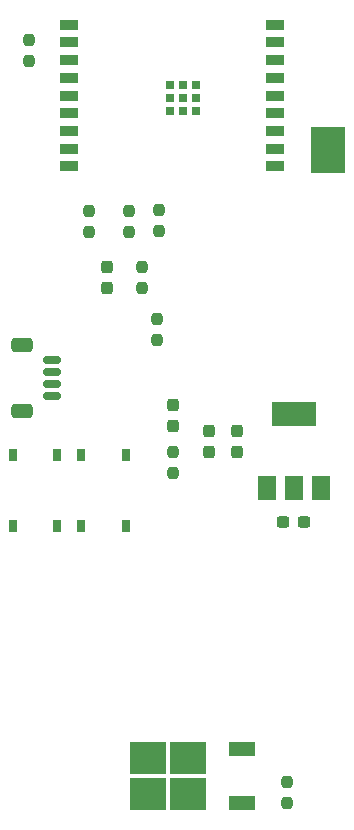
<source format=gbr>
%TF.GenerationSoftware,KiCad,Pcbnew,(6.0.1)*%
%TF.CreationDate,2022-02-05T18:26:11+11:00*%
%TF.ProjectId,ESP32_LED_Controller_v1,45535033-325f-44c4-9544-5f436f6e7472,rev?*%
%TF.SameCoordinates,Original*%
%TF.FileFunction,Paste,Top*%
%TF.FilePolarity,Positive*%
%FSLAX46Y46*%
G04 Gerber Fmt 4.6, Leading zero omitted, Abs format (unit mm)*
G04 Created by KiCad (PCBNEW (6.0.1)) date 2022-02-05 18:26:11*
%MOMM*%
%LPD*%
G01*
G04 APERTURE LIST*
G04 Aperture macros list*
%AMRoundRect*
0 Rectangle with rounded corners*
0 $1 Rounding radius*
0 $2 $3 $4 $5 $6 $7 $8 $9 X,Y pos of 4 corners*
0 Add a 4 corners polygon primitive as box body*
4,1,4,$2,$3,$4,$5,$6,$7,$8,$9,$2,$3,0*
0 Add four circle primitives for the rounded corners*
1,1,$1+$1,$2,$3*
1,1,$1+$1,$4,$5*
1,1,$1+$1,$6,$7*
1,1,$1+$1,$8,$9*
0 Add four rect primitives between the rounded corners*
20,1,$1+$1,$2,$3,$4,$5,0*
20,1,$1+$1,$4,$5,$6,$7,0*
20,1,$1+$1,$6,$7,$8,$9,0*
20,1,$1+$1,$8,$9,$2,$3,0*%
G04 Aperture macros list end*
%ADD10R,3.000000X4.000000*%
%ADD11RoundRect,0.237500X-0.237500X0.300000X-0.237500X-0.300000X0.237500X-0.300000X0.237500X0.300000X0*%
%ADD12RoundRect,0.237500X0.237500X-0.250000X0.237500X0.250000X-0.237500X0.250000X-0.237500X-0.250000X0*%
%ADD13RoundRect,0.237500X-0.237500X0.250000X-0.237500X-0.250000X0.237500X-0.250000X0.237500X0.250000X0*%
%ADD14R,1.500000X2.000000*%
%ADD15R,3.800000X2.000000*%
%ADD16RoundRect,0.237500X-0.237500X0.287500X-0.237500X-0.287500X0.237500X-0.287500X0.237500X0.287500X0*%
%ADD17R,3.050000X2.750000*%
%ADD18R,2.200000X1.200000*%
%ADD19RoundRect,0.237500X0.237500X-0.287500X0.237500X0.287500X-0.237500X0.287500X-0.237500X-0.287500X0*%
%ADD20RoundRect,0.237500X0.300000X0.237500X-0.300000X0.237500X-0.300000X-0.237500X0.300000X-0.237500X0*%
%ADD21R,0.750000X1.000000*%
%ADD22R,1.500000X0.900000*%
%ADD23R,0.700000X0.700000*%
%ADD24RoundRect,0.150000X0.625000X-0.150000X0.625000X0.150000X-0.625000X0.150000X-0.625000X-0.150000X0*%
%ADD25RoundRect,0.250000X0.650000X-0.350000X0.650000X0.350000X-0.650000X0.350000X-0.650000X-0.350000X0*%
G04 APERTURE END LIST*
D10*
%TO.C,J11*%
X72920000Y-38980000D03*
%TD*%
D11*
%TO.C,C2*%
X62825000Y-62817500D03*
X62825000Y-64542500D03*
%TD*%
D12*
%TO.C,R7*%
X69420000Y-94292500D03*
X69420000Y-92467500D03*
%TD*%
D13*
%TO.C,R1*%
X47620000Y-29667500D03*
X47620000Y-31492500D03*
%TD*%
D14*
%TO.C,U1*%
X67725000Y-67630000D03*
X70025000Y-67630000D03*
D15*
X70025000Y-61330000D03*
D14*
X72325000Y-67630000D03*
%TD*%
D16*
%TO.C,D1*%
X59825000Y-60605000D03*
X59825000Y-62355000D03*
%TD*%
D13*
%TO.C,R6*%
X58420000Y-53267500D03*
X58420000Y-55092500D03*
%TD*%
D17*
%TO.C,FET1*%
X57700000Y-93510000D03*
X61050000Y-90460000D03*
X57700000Y-90460000D03*
X61050000Y-93510000D03*
D18*
X65675000Y-94265000D03*
X65675000Y-89705000D03*
%TD*%
D19*
%TO.C,D2*%
X54225000Y-50655000D03*
X54225000Y-48905000D03*
%TD*%
D12*
%TO.C,R2*%
X59825000Y-66353000D03*
X59825000Y-64528000D03*
%TD*%
D13*
%TO.C,R8*%
X57225000Y-48867500D03*
X57225000Y-50692500D03*
%TD*%
D11*
%TO.C,C1*%
X65225000Y-62817500D03*
X65225000Y-64542500D03*
%TD*%
D12*
%TO.C,R3*%
X56120000Y-45942500D03*
X56120000Y-44117500D03*
%TD*%
D20*
%TO.C,C3*%
X70887500Y-70480000D03*
X69162500Y-70480000D03*
%TD*%
D21*
%TO.C,SW2*%
X52050000Y-70780000D03*
X52050000Y-64780000D03*
X55800000Y-70780000D03*
X55800000Y-64780000D03*
%TD*%
D12*
%TO.C,R5*%
X52725000Y-45942500D03*
X52725000Y-44117500D03*
%TD*%
D21*
%TO.C,SW1*%
X46250000Y-64780000D03*
X46250000Y-70780000D03*
X50000000Y-70780000D03*
X50000000Y-64780000D03*
%TD*%
D22*
%TO.C,ESP1*%
X50975000Y-28380000D03*
X50975000Y-29880000D03*
X50975000Y-31380000D03*
X50975000Y-32880000D03*
X50975000Y-34380000D03*
X50975000Y-35880000D03*
X50975000Y-37380000D03*
X50975000Y-38880000D03*
X50975000Y-40380000D03*
X68475000Y-40380000D03*
X68475000Y-38880000D03*
X68475000Y-37380000D03*
X68475000Y-35880000D03*
X68475000Y-34380000D03*
X68475000Y-32880000D03*
X68475000Y-31380000D03*
X68475000Y-29880000D03*
X68475000Y-28380000D03*
D23*
X61785000Y-33480000D03*
X60685000Y-34580000D03*
X60685000Y-33480000D03*
X59585000Y-33480000D03*
X61785000Y-34580000D03*
X60685000Y-35680000D03*
X59585000Y-35680000D03*
X59585000Y-34580000D03*
X61785000Y-35680000D03*
%TD*%
D12*
%TO.C,R4*%
X58620000Y-44055000D03*
X58620000Y-45880000D03*
%TD*%
D24*
%TO.C,J6*%
X49550000Y-59780000D03*
X49550000Y-58780000D03*
X49550000Y-57780000D03*
X49550000Y-56780000D03*
D25*
X47025000Y-55480000D03*
X47025000Y-61080000D03*
%TD*%
M02*

</source>
